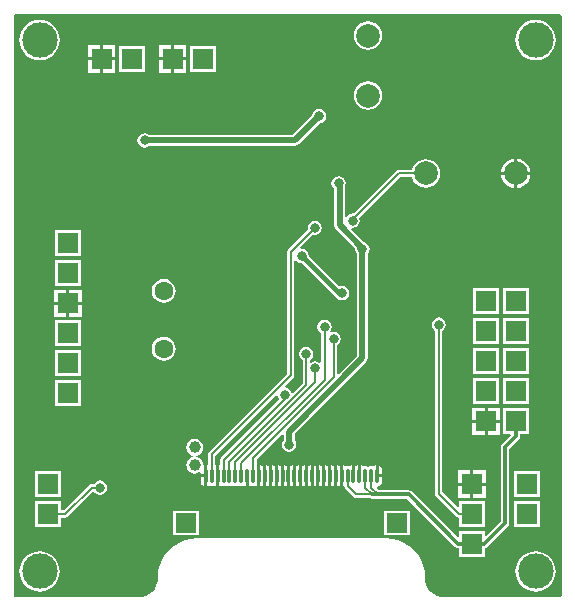
<source format=gbl>
G04 Layer_Physical_Order=2*
G04 Layer_Color=16711680*
%FSLAX44Y44*%
%MOMM*%
G71*
G01*
G75*
%ADD17C,0.2000*%
%ADD18C,0.5000*%
%ADD19C,0.4000*%
%ADD21C,3.0000*%
%ADD22C,2.0000*%
%ADD23R,1.8000X1.8000*%
%ADD24C,1.6000*%
%ADD25C,1.0000*%
%ADD26R,1.8000X1.8000*%
%ADD27C,0.8000*%
%ADD28O,0.3000X1.3000*%
%ADD29R,1.8000X1.7000*%
%ADD30C,0.3000*%
G36*
X470000Y501910D02*
X470731Y501764D01*
X471350Y501350D01*
X471764Y500731D01*
X471910Y500000D01*
X471931D01*
Y10000D01*
X471910D01*
X471764Y9269D01*
X471350Y8650D01*
X470731Y8236D01*
X470000Y8090D01*
Y8069D01*
X373200D01*
X373097Y8056D01*
X369892Y8371D01*
X366712Y9336D01*
X363781Y10903D01*
X361211Y13011D01*
X359103Y15581D01*
X357536Y18512D01*
X356571Y21692D01*
X356368Y23757D01*
X356302Y25000D01*
X356302D01*
X355895Y30178D01*
X354682Y35229D01*
X352694Y40028D01*
X349980Y44457D01*
X346607Y48407D01*
X342657Y51780D01*
X338228Y54494D01*
X333429Y56482D01*
X328378Y57694D01*
X323200Y58102D01*
Y58069D01*
X163200D01*
Y58102D01*
X158022Y57694D01*
X152971Y56482D01*
X148172Y54494D01*
X143743Y51780D01*
X139793Y48407D01*
X136420Y44457D01*
X133706Y40028D01*
X131718Y35229D01*
X130506Y30178D01*
X130098Y25000D01*
X130098D01*
X130032Y23757D01*
X129829Y21692D01*
X128864Y18512D01*
X127297Y15581D01*
X125189Y13011D01*
X122619Y10903D01*
X119688Y9336D01*
X116508Y8371D01*
X113303Y8056D01*
X113200Y8069D01*
X10000D01*
Y8090D01*
X9269Y8236D01*
X8650Y8650D01*
X8236Y9269D01*
X8090Y10000D01*
X8069D01*
Y500000D01*
X8090D01*
X8236Y500731D01*
X8650Y501350D01*
X9269Y501764D01*
X10000Y501910D01*
Y501931D01*
X470000D01*
Y501910D01*
D02*
G37*
%LPC*%
G36*
X308000Y495904D02*
X304867Y495491D01*
X301948Y494282D01*
X299442Y492359D01*
X297518Y489852D01*
X296309Y486933D01*
X295897Y483800D01*
X296309Y480667D01*
X297518Y477748D01*
X299442Y475242D01*
X301948Y473318D01*
X304867Y472109D01*
X308000Y471697D01*
X311133Y472109D01*
X314052Y473318D01*
X316559Y475242D01*
X318482Y477748D01*
X319691Y480667D01*
X320104Y483800D01*
X319691Y486933D01*
X318482Y489852D01*
X316559Y492359D01*
X314052Y494282D01*
X311133Y495491D01*
X308000Y495904D01*
D02*
G37*
G36*
X154140Y475540D02*
X143870D01*
Y465270D01*
X154140D01*
Y475540D01*
D02*
G37*
G36*
X141330D02*
X131060D01*
Y465270D01*
X141330D01*
Y475540D01*
D02*
G37*
G36*
X94140Y475540D02*
X83870D01*
Y465270D01*
X94140D01*
Y475540D01*
D02*
G37*
G36*
X81330D02*
X71060D01*
Y465270D01*
X81330D01*
Y475540D01*
D02*
G37*
G36*
X450000Y497082D02*
X446667Y496754D01*
X443463Y495782D01*
X440509Y494203D01*
X437921Y492079D01*
X435797Y489491D01*
X434218Y486537D01*
X433246Y483333D01*
X432918Y480000D01*
X433246Y476668D01*
X434218Y473463D01*
X435797Y470510D01*
X437921Y467921D01*
X440509Y465797D01*
X443463Y464218D01*
X446667Y463246D01*
X450000Y462918D01*
X453332Y463246D01*
X456537Y464218D01*
X459490Y465797D01*
X462079Y467921D01*
X464203Y470510D01*
X465782Y473463D01*
X466754Y476668D01*
X467082Y480000D01*
X466754Y483333D01*
X465782Y486537D01*
X464203Y489491D01*
X462079Y492079D01*
X459490Y494203D01*
X456537Y495782D01*
X453332Y496754D01*
X450000Y497082D01*
D02*
G37*
G36*
X30000D02*
X26668Y496754D01*
X23463Y495782D01*
X20510Y494203D01*
X17921Y492079D01*
X15797Y489491D01*
X14218Y486537D01*
X13246Y483333D01*
X12918Y480000D01*
X13246Y476668D01*
X14218Y473463D01*
X15797Y470510D01*
X17921Y467921D01*
X20510Y465797D01*
X23463Y464218D01*
X26668Y463246D01*
X30000Y462918D01*
X33333Y463246D01*
X36537Y464218D01*
X39491Y465797D01*
X42079Y467921D01*
X44204Y470510D01*
X45782Y473463D01*
X46754Y476668D01*
X47083Y480000D01*
X46754Y483333D01*
X45782Y486537D01*
X44204Y489491D01*
X42079Y492079D01*
X39491Y494203D01*
X36537Y495782D01*
X33333Y496754D01*
X30000Y497082D01*
D02*
G37*
G36*
X179000Y475000D02*
X157000D01*
Y453000D01*
X179000D01*
Y475000D01*
D02*
G37*
G36*
X119000Y475000D02*
X97000D01*
Y453000D01*
X119000D01*
Y475000D01*
D02*
G37*
G36*
X154140Y462730D02*
X143870D01*
Y452460D01*
X154140D01*
Y462730D01*
D02*
G37*
G36*
X141330D02*
X131060D01*
Y452460D01*
X141330D01*
Y462730D01*
D02*
G37*
G36*
X94140Y462730D02*
X83870D01*
Y452460D01*
X94140D01*
Y462730D01*
D02*
G37*
G36*
X81330D02*
X71060D01*
Y452460D01*
X81330D01*
Y462730D01*
D02*
G37*
G36*
X308000Y445104D02*
X304867Y444691D01*
X301948Y443482D01*
X299442Y441559D01*
X297518Y439052D01*
X296309Y436133D01*
X295897Y433000D01*
X296309Y429868D01*
X297518Y426948D01*
X299442Y424442D01*
X301948Y422518D01*
X304867Y421309D01*
X308000Y420897D01*
X311133Y421309D01*
X314052Y422518D01*
X316559Y424442D01*
X318482Y426948D01*
X319691Y429868D01*
X320104Y433000D01*
X319691Y436133D01*
X318482Y439052D01*
X316559Y441559D01*
X314052Y443482D01*
X311133Y444691D01*
X308000Y445104D01*
D02*
G37*
G36*
X266750Y421868D02*
X264409Y421402D01*
X262424Y420076D01*
X261098Y418091D01*
X260725Y416213D01*
X244100Y399588D01*
X122933D01*
X121341Y400652D01*
X119000Y401118D01*
X116659Y400652D01*
X114674Y399326D01*
X113348Y397341D01*
X112882Y395000D01*
X113348Y392659D01*
X114674Y390674D01*
X116659Y389348D01*
X119000Y388882D01*
X121341Y389348D01*
X122933Y390412D01*
X246000D01*
X247756Y390761D01*
X249244Y391756D01*
X267213Y409725D01*
X269091Y410098D01*
X271076Y411424D01*
X272402Y413409D01*
X272868Y415750D01*
X272402Y418091D01*
X271076Y420076D01*
X269091Y421402D01*
X266750Y421868D01*
D02*
G37*
G36*
X434370Y379481D02*
Y368270D01*
X445581D01*
X445317Y370274D01*
X444054Y373324D01*
X442044Y375944D01*
X439424Y377954D01*
X436374Y379217D01*
X434370Y379481D01*
D02*
G37*
G36*
X431830D02*
X429827Y379217D01*
X426776Y377954D01*
X424156Y375944D01*
X422146Y373324D01*
X420883Y370274D01*
X420619Y368270D01*
X431830D01*
Y379481D01*
D02*
G37*
G36*
X445581Y365730D02*
X434370D01*
Y354519D01*
X436374Y354783D01*
X439424Y356046D01*
X442044Y358056D01*
X444054Y360676D01*
X445317Y363727D01*
X445581Y365730D01*
D02*
G37*
G36*
X431830D02*
X420619D01*
X420883Y363727D01*
X422146Y360676D01*
X424156Y358056D01*
X426776Y356046D01*
X429827Y354783D01*
X431830Y354519D01*
Y365730D01*
D02*
G37*
G36*
X356900Y379104D02*
X353768Y378691D01*
X350848Y377482D01*
X348342Y375559D01*
X346418Y373052D01*
X345209Y370133D01*
X345199Y370059D01*
X334000D01*
X332830Y369826D01*
X331837Y369163D01*
X331837Y369163D01*
X295660Y332986D01*
X295000Y333117D01*
X292659Y332652D01*
X290674Y331326D01*
X289858Y330104D01*
X288588Y330490D01*
Y355689D01*
X288902Y356159D01*
X289368Y358500D01*
X288902Y360841D01*
X287576Y362826D01*
X285591Y364152D01*
X283250Y364618D01*
X280909Y364152D01*
X278924Y362826D01*
X277598Y360841D01*
X277132Y358500D01*
X277598Y356159D01*
X278924Y354174D01*
X279412Y353848D01*
Y323000D01*
X279761Y321244D01*
X280756Y319756D01*
X297154Y303358D01*
X297132Y303250D01*
X297598Y300909D01*
X298662Y299317D01*
Y212400D01*
X283232Y196971D01*
X282059Y197457D01*
Y221578D01*
X283326Y222424D01*
X284652Y224409D01*
X285117Y226750D01*
X284652Y229091D01*
X283326Y231076D01*
X281341Y232402D01*
X279000Y232868D01*
X276961Y232462D01*
X276245Y233241D01*
X276122Y233491D01*
X276902Y234659D01*
X277367Y237000D01*
X276902Y239341D01*
X275576Y241326D01*
X273591Y242652D01*
X271250Y243118D01*
X268909Y242652D01*
X266924Y241326D01*
X265598Y239341D01*
X265133Y237000D01*
X265598Y234659D01*
X266924Y232674D01*
X268191Y231828D01*
Y207609D01*
X266921Y206930D01*
X265841Y207652D01*
X263500Y208118D01*
X261159Y207652D01*
X260079Y206930D01*
X258809Y207609D01*
Y209078D01*
X260076Y209924D01*
X261402Y211909D01*
X261868Y214250D01*
X261402Y216591D01*
X260076Y218576D01*
X258091Y219902D01*
X255750Y220368D01*
X253409Y219902D01*
X251424Y218576D01*
X250098Y216591D01*
X249632Y214250D01*
X250098Y211909D01*
X251424Y209924D01*
X252691Y209078D01*
Y189331D01*
X244497Y181136D01*
X243282Y181505D01*
X243164Y182100D01*
X241837Y184084D01*
X239853Y185411D01*
X238335Y185713D01*
X237916Y187091D01*
X244913Y194087D01*
X244913Y194087D01*
X245310Y194682D01*
X245576Y195079D01*
X245809Y196250D01*
Y293056D01*
X247079Y293441D01*
X247424Y292924D01*
X249409Y291598D01*
X251750Y291133D01*
X252042Y291190D01*
X280366Y262866D01*
X280366Y262866D01*
X280989Y262450D01*
X281674Y261424D01*
X283659Y260098D01*
X286000Y259632D01*
X288341Y260098D01*
X290326Y261424D01*
X291652Y263409D01*
X292118Y265750D01*
X291652Y268091D01*
X290326Y270076D01*
X288341Y271402D01*
X286000Y271868D01*
X283659Y271402D01*
X283483Y271284D01*
X257810Y296958D01*
X257868Y297250D01*
X257402Y299591D01*
X256076Y301576D01*
X254091Y302902D01*
X251750Y303368D01*
X251425Y303303D01*
X250799Y304473D01*
X261506Y315180D01*
X263000Y314883D01*
X265341Y315348D01*
X267326Y316674D01*
X268652Y318659D01*
X269118Y321000D01*
X268652Y323341D01*
X267326Y325326D01*
X265341Y326652D01*
X263000Y327118D01*
X260659Y326652D01*
X258674Y325326D01*
X257348Y323341D01*
X256882Y321000D01*
X257180Y319506D01*
X240587Y302913D01*
X239924Y301921D01*
X239691Y300750D01*
X239691Y300750D01*
Y197517D01*
X173537Y131363D01*
X172874Y130371D01*
X172641Y129200D01*
X172641Y129200D01*
Y120973D01*
X171970Y120451D01*
Y111000D01*
Y102134D01*
X172276Y102194D01*
X173613Y103087D01*
X173658Y103155D01*
X174334Y102703D01*
X175700Y102431D01*
X177066Y102703D01*
X177742Y103155D01*
X177787Y103087D01*
X179124Y102194D01*
X179430Y102134D01*
Y111000D01*
Y120451D01*
X178759Y120973D01*
Y127933D01*
X230180Y179354D01*
X231558Y178936D01*
X231860Y177418D01*
X232917Y175836D01*
X183537Y126456D01*
X182874Y125464D01*
X182641Y124293D01*
X182641Y124293D01*
Y120973D01*
X181970Y120451D01*
Y111000D01*
Y102134D01*
X182276Y102194D01*
X183613Y103087D01*
X183658Y103155D01*
X184334Y102703D01*
X185700Y102431D01*
X187066Y102703D01*
X188200Y103461D01*
X189334Y102703D01*
X190700Y102431D01*
X192066Y102703D01*
X193200Y103461D01*
X194334Y102703D01*
X195700Y102431D01*
X197066Y102703D01*
X198200Y103461D01*
X199334Y102703D01*
X200700Y102431D01*
X202066Y102703D01*
X202742Y103155D01*
X202787Y103087D01*
X204124Y102194D01*
X204430Y102134D01*
Y111000D01*
X206970D01*
Y102134D01*
X207276Y102194D01*
X208613Y103087D01*
X208658Y103155D01*
X209334Y102703D01*
X210700Y102431D01*
X212066Y102703D01*
X212742Y103155D01*
X212787Y103087D01*
X214124Y102194D01*
X214430Y102134D01*
Y111000D01*
Y120451D01*
X213759Y120973D01*
Y124683D01*
X235488Y146413D01*
X236662Y145927D01*
Y141433D01*
X235598Y139841D01*
X235132Y137500D01*
X235598Y135159D01*
X236924Y133174D01*
X238909Y131848D01*
X241250Y131383D01*
X243591Y131848D01*
X245576Y133174D01*
X246902Y135159D01*
X247367Y137500D01*
X246902Y139841D01*
X245838Y141433D01*
Y146600D01*
X306494Y207256D01*
X307489Y208744D01*
X307838Y210500D01*
Y299317D01*
X308902Y300909D01*
X309368Y303250D01*
X308902Y305591D01*
X307576Y307576D01*
X305591Y308902D01*
X304337Y309151D01*
X293628Y319860D01*
X294254Y321031D01*
X295000Y320882D01*
X297341Y321348D01*
X299326Y322674D01*
X300652Y324659D01*
X301117Y327000D01*
X300654Y329329D01*
X335267Y363941D01*
X345199D01*
X345209Y363867D01*
X346418Y360948D01*
X348342Y358442D01*
X350848Y356518D01*
X353768Y355309D01*
X356900Y354897D01*
X360033Y355309D01*
X362952Y356518D01*
X365459Y358442D01*
X367382Y360948D01*
X368591Y363867D01*
X369004Y367000D01*
X368591Y370133D01*
X367382Y373052D01*
X365459Y375559D01*
X362952Y377482D01*
X360033Y378691D01*
X356900Y379104D01*
D02*
G37*
G36*
X65000Y319000D02*
X43000D01*
Y297000D01*
X65000D01*
Y319000D01*
D02*
G37*
G36*
Y293600D02*
X43000D01*
Y271600D01*
X65000D01*
Y293600D01*
D02*
G37*
G36*
X65540Y268740D02*
X55270D01*
Y258470D01*
X65540D01*
Y268740D01*
D02*
G37*
G36*
X52730D02*
X42460D01*
Y258470D01*
X52730D01*
Y268740D01*
D02*
G37*
G36*
X135000Y277586D02*
X132389Y277243D01*
X129957Y276235D01*
X127868Y274632D01*
X126265Y272543D01*
X125257Y270110D01*
X124914Y267500D01*
X125257Y264890D01*
X126265Y262457D01*
X127868Y260368D01*
X129957Y258765D01*
X132389Y257757D01*
X135000Y257414D01*
X137611Y257757D01*
X140043Y258765D01*
X142132Y260368D01*
X143735Y262457D01*
X144743Y264890D01*
X145086Y267500D01*
X144743Y270110D01*
X143735Y272543D01*
X142132Y274632D01*
X140043Y276235D01*
X137611Y277243D01*
X135000Y277586D01*
D02*
G37*
G36*
X444400Y269800D02*
X422400D01*
Y247800D01*
X444400D01*
Y269800D01*
D02*
G37*
G36*
X419000D02*
X397000D01*
Y247800D01*
X419000D01*
Y269800D01*
D02*
G37*
G36*
X65540Y255930D02*
X55270D01*
Y245660D01*
X65540D01*
Y255930D01*
D02*
G37*
G36*
X52730D02*
X42460D01*
Y245660D01*
X52730D01*
Y255930D01*
D02*
G37*
G36*
X444400Y244400D02*
X422400D01*
Y222400D01*
X444400D01*
Y244400D01*
D02*
G37*
G36*
X419000D02*
X397000D01*
Y222400D01*
X419000D01*
Y244400D01*
D02*
G37*
G36*
X65000Y242800D02*
X43000D01*
Y220800D01*
X65000D01*
Y242800D01*
D02*
G37*
G36*
X135000Y228786D02*
X132389Y228443D01*
X129957Y227435D01*
X127868Y225832D01*
X126265Y223743D01*
X125257Y221311D01*
X124914Y218700D01*
X125257Y216089D01*
X126265Y213657D01*
X127868Y211568D01*
X129957Y209965D01*
X132389Y208957D01*
X135000Y208614D01*
X137611Y208957D01*
X140043Y209965D01*
X142132Y211568D01*
X143735Y213657D01*
X144743Y216089D01*
X145086Y218700D01*
X144743Y221311D01*
X143735Y223743D01*
X142132Y225832D01*
X140043Y227435D01*
X137611Y228443D01*
X135000Y228786D01*
D02*
G37*
G36*
X444400Y219000D02*
X422400D01*
Y197000D01*
X444400D01*
Y219000D01*
D02*
G37*
G36*
X419000D02*
X397000D01*
Y197000D01*
X419000D01*
Y219000D01*
D02*
G37*
G36*
X65000Y217400D02*
X43000D01*
Y195400D01*
X65000D01*
Y217400D01*
D02*
G37*
G36*
X444400Y193600D02*
X422400D01*
Y171600D01*
X444400D01*
Y193600D01*
D02*
G37*
G36*
X419000D02*
X397000D01*
Y171600D01*
X419000D01*
Y193600D01*
D02*
G37*
G36*
X65000Y192000D02*
X43000D01*
Y170000D01*
X65000D01*
Y192000D01*
D02*
G37*
G36*
X419540Y168740D02*
X409270D01*
Y158470D01*
X419540D01*
Y168740D01*
D02*
G37*
G36*
X406730D02*
X396460D01*
Y158470D01*
X406730D01*
Y168740D01*
D02*
G37*
G36*
X419540Y155930D02*
X409270D01*
Y145660D01*
X419540D01*
Y155930D01*
D02*
G37*
G36*
X406730D02*
X396460D01*
Y145660D01*
X406730D01*
Y155930D01*
D02*
G37*
G36*
X279430Y119867D02*
X279124Y119806D01*
X278200Y119188D01*
X277276Y119806D01*
X276970Y119867D01*
Y111000D01*
Y102134D01*
X277276Y102194D01*
X278200Y102812D01*
X279124Y102194D01*
X279430Y102134D01*
Y111000D01*
Y119867D01*
D02*
G37*
G36*
X269430D02*
X269124Y119806D01*
X268200Y119188D01*
X267276Y119806D01*
X266970Y119867D01*
Y111000D01*
Y102134D01*
X267276Y102194D01*
X268200Y102812D01*
X269124Y102194D01*
X269430Y102134D01*
Y111000D01*
Y119867D01*
D02*
G37*
G36*
X259430D02*
X259124Y119806D01*
X258200Y119188D01*
X257276Y119806D01*
X256970Y119867D01*
Y111000D01*
Y102134D01*
X257276Y102194D01*
X258200Y102812D01*
X259124Y102194D01*
X259430Y102134D01*
Y111000D01*
Y119867D01*
D02*
G37*
G36*
X249430D02*
X249124Y119806D01*
X248200Y119188D01*
X247276Y119806D01*
X246970Y119867D01*
Y111000D01*
Y102134D01*
X247276Y102194D01*
X248200Y102812D01*
X249124Y102194D01*
X249430Y102134D01*
Y111000D01*
Y119867D01*
D02*
G37*
G36*
X239430D02*
X239124Y119806D01*
X238200Y119188D01*
X237276Y119806D01*
X236970Y119867D01*
Y111000D01*
Y102134D01*
X237276Y102194D01*
X238200Y102812D01*
X239124Y102194D01*
X239430Y102134D01*
Y111000D01*
Y119867D01*
D02*
G37*
G36*
X229430D02*
X229124Y119806D01*
X228200Y119188D01*
X227276Y119806D01*
X226970Y119867D01*
Y111000D01*
Y102134D01*
X227276Y102194D01*
X228200Y102812D01*
X229124Y102194D01*
X229430Y102134D01*
Y111000D01*
Y119867D01*
D02*
G37*
G36*
X219430D02*
X219124Y119806D01*
X218200Y119188D01*
X217276Y119806D01*
X216970Y119867D01*
Y111000D01*
Y102134D01*
X217276Y102194D01*
X218200Y102812D01*
X219124Y102194D01*
X219430Y102134D01*
Y111000D01*
Y119867D01*
D02*
G37*
G36*
X224430D02*
X224124Y119806D01*
X223200Y119188D01*
X222276Y119806D01*
X221970Y119867D01*
Y111000D01*
Y102134D01*
X222276Y102194D01*
X223200Y102812D01*
X224124Y102194D01*
X224430Y102134D01*
Y111000D01*
Y119867D01*
D02*
G37*
G36*
X264430D02*
X264124Y119806D01*
X263200Y119188D01*
X262276Y119806D01*
X261970Y119867D01*
Y111000D01*
Y102134D01*
X262276Y102194D01*
X263200Y102812D01*
X264124Y102194D01*
X264430Y102134D01*
Y111000D01*
Y119867D01*
D02*
G37*
G36*
X254430D02*
X254124Y119806D01*
X253200Y119188D01*
X252276Y119806D01*
X251970Y119867D01*
Y111000D01*
Y102134D01*
X252276Y102194D01*
X253200Y102812D01*
X254124Y102194D01*
X254430Y102134D01*
Y111000D01*
Y119867D01*
D02*
G37*
G36*
X244430D02*
X244124Y119806D01*
X243200Y119188D01*
X242276Y119806D01*
X241970Y119867D01*
Y111000D01*
Y102134D01*
X242276Y102194D01*
X243200Y102812D01*
X244124Y102194D01*
X244430Y102134D01*
Y111000D01*
Y119867D01*
D02*
G37*
G36*
X234430D02*
X234124Y119806D01*
X233200Y119188D01*
X232276Y119806D01*
X231970Y119867D01*
Y111000D01*
Y102134D01*
X232276Y102194D01*
X233200Y102812D01*
X234124Y102194D01*
X234430Y102134D01*
Y111000D01*
Y119867D01*
D02*
G37*
G36*
X284430D02*
X284124Y119806D01*
X283200Y119188D01*
X282276Y119806D01*
X281970Y119867D01*
Y111000D01*
Y102134D01*
X282276Y102194D01*
X283200Y102812D01*
X284124Y102194D01*
X284430Y102134D01*
Y111000D01*
Y119867D01*
D02*
G37*
G36*
X274430D02*
X274124Y119806D01*
X273200Y119188D01*
X272276Y119806D01*
X271970Y119867D01*
Y111000D01*
Y102134D01*
X272276Y102194D01*
X273200Y102812D01*
X274124Y102194D01*
X274430Y102134D01*
Y111000D01*
Y119867D01*
D02*
G37*
G36*
X316970D02*
Y112270D01*
X319819D01*
Y116000D01*
X319506Y117576D01*
X318613Y118913D01*
X317276Y119806D01*
X316970Y119867D01*
D02*
G37*
G36*
X161250Y142060D02*
X159423Y141820D01*
X157720Y141115D01*
X156257Y139993D01*
X155135Y138530D01*
X154430Y136827D01*
X154190Y135000D01*
X154430Y133173D01*
X155135Y131470D01*
X156257Y130008D01*
X157720Y128885D01*
X159423Y128180D01*
X159724Y128140D01*
Y126860D01*
X159423Y126820D01*
X157720Y126115D01*
X156257Y124993D01*
X155135Y123530D01*
X154430Y121827D01*
X154190Y120000D01*
X154430Y118173D01*
X155135Y116470D01*
X156257Y115008D01*
X157720Y113885D01*
X159423Y113180D01*
X161250Y112940D01*
X163077Y113180D01*
X164780Y113885D01*
X165311Y114293D01*
X166581Y113666D01*
Y112270D01*
X169430D01*
Y119916D01*
X168446Y120492D01*
X168215Y120726D01*
X168070Y121827D01*
X167365Y123530D01*
X166242Y124993D01*
X164780Y126115D01*
X163077Y126820D01*
X162776Y126860D01*
Y128140D01*
X163077Y128180D01*
X164780Y128885D01*
X166242Y130008D01*
X167365Y131470D01*
X168070Y133173D01*
X168310Y135000D01*
X168070Y136827D01*
X167365Y138530D01*
X166242Y139993D01*
X164780Y141115D01*
X163077Y141820D01*
X161250Y142060D01*
D02*
G37*
G36*
X407540Y115540D02*
X397270D01*
Y105270D01*
X407540D01*
Y115540D01*
D02*
G37*
G36*
X394730D02*
X384460D01*
Y105270D01*
X394730D01*
Y115540D01*
D02*
G37*
G36*
X81000Y107118D02*
X78659Y106652D01*
X76674Y105326D01*
X75828Y104059D01*
X74000D01*
X74000Y104059D01*
X72829Y103826D01*
X71837Y103163D01*
X71837Y103163D01*
X50333Y81659D01*
X48000D01*
Y89600D01*
X26000D01*
Y67600D01*
X48000D01*
Y75541D01*
X51600D01*
X51600Y75541D01*
X52771Y75774D01*
X53763Y76437D01*
X74737Y97411D01*
X76266Y97286D01*
X76674Y96674D01*
X78659Y95348D01*
X81000Y94882D01*
X83341Y95348D01*
X85326Y96674D01*
X86652Y98659D01*
X87118Y101000D01*
X86652Y103341D01*
X85326Y105326D01*
X83341Y106652D01*
X81000Y107118D01*
D02*
G37*
G36*
X169430Y109730D02*
X166581D01*
Y106000D01*
X166894Y104424D01*
X167787Y103087D01*
X169124Y102194D01*
X169430Y102134D01*
Y109730D01*
D02*
G37*
G36*
X454000Y115400D02*
X432000D01*
Y93400D01*
X454000D01*
Y115400D01*
D02*
G37*
G36*
X48000Y115000D02*
X26000D01*
Y93000D01*
X48000D01*
Y115000D01*
D02*
G37*
G36*
X407540Y102730D02*
X397270D01*
Y92460D01*
X407540D01*
Y102730D01*
D02*
G37*
G36*
X394730D02*
X384460D01*
Y92460D01*
X394730D01*
Y102730D01*
D02*
G37*
G36*
X454000Y90000D02*
X432000D01*
Y68000D01*
X454000D01*
Y90000D01*
D02*
G37*
G36*
X368000Y245117D02*
X365659Y244652D01*
X363674Y243326D01*
X362348Y241341D01*
X361883Y239000D01*
X362348Y236659D01*
X363674Y234674D01*
X364941Y233828D01*
Y96000D01*
X364941Y96000D01*
X365174Y94830D01*
X365837Y93837D01*
X383237Y76437D01*
X383237Y76437D01*
X383832Y76040D01*
X384229Y75774D01*
X385000Y75621D01*
Y67600D01*
X407000D01*
Y89600D01*
X385000D01*
Y84985D01*
X383827Y84499D01*
X371059Y97267D01*
Y233828D01*
X372326Y234674D01*
X373652Y236659D01*
X374118Y239000D01*
X373652Y241341D01*
X372326Y243326D01*
X370341Y244652D01*
X368000Y245117D01*
D02*
G37*
G36*
X343700Y81500D02*
X321700D01*
Y60500D01*
X343700D01*
Y81500D01*
D02*
G37*
G36*
X164950D02*
X142950D01*
Y60500D01*
X164950D01*
Y81500D01*
D02*
G37*
G36*
X444400Y168200D02*
X422400D01*
Y146200D01*
X428357D01*
X428883Y144930D01*
X421477Y137523D01*
X420703Y136366D01*
X420431Y135000D01*
Y72478D01*
X408173Y60220D01*
X407000Y60706D01*
Y64200D01*
X385000D01*
Y59456D01*
X383827Y58970D01*
X345023Y97773D01*
X343866Y98547D01*
X342500Y98819D01*
X317007D01*
X315126Y100700D01*
X315629Y101734D01*
X315734Y101888D01*
X317276Y102194D01*
X318613Y103087D01*
X319506Y104424D01*
X319819Y106000D01*
Y109730D01*
X315700D01*
Y111000D01*
X314430D01*
Y119867D01*
X314124Y119806D01*
X312787Y118913D01*
X312742Y118845D01*
X312066Y119297D01*
X310700Y119569D01*
X309334Y119297D01*
X308200Y118539D01*
X307066Y119297D01*
X305700Y119569D01*
X304334Y119297D01*
X303658Y118845D01*
X303613Y118913D01*
X302276Y119806D01*
X301970Y119867D01*
Y111000D01*
X299430D01*
Y119867D01*
X299124Y119806D01*
X298200Y119188D01*
X297276Y119806D01*
X296970Y119867D01*
Y111000D01*
X294430D01*
Y119867D01*
X294124Y119806D01*
X292787Y118913D01*
X292742Y118845D01*
X292066Y119297D01*
X290700Y119569D01*
X289334Y119297D01*
X288658Y118845D01*
X288613Y118913D01*
X287276Y119806D01*
X286970Y119867D01*
Y111000D01*
Y102102D01*
X287446Y102046D01*
X288268Y101329D01*
X288374Y100794D01*
X289037Y99802D01*
X295752Y93087D01*
X295752Y93087D01*
X296744Y92424D01*
X297915Y92191D01*
X297915Y92191D01*
X309528D01*
X309884Y91953D01*
X311250Y91681D01*
X341022D01*
X382027Y50677D01*
X383184Y49903D01*
X384550Y49631D01*
X385000D01*
Y42200D01*
X407000D01*
Y49791D01*
X407566Y49903D01*
X408723Y50677D01*
X426523Y68477D01*
X427297Y69634D01*
X427569Y71000D01*
Y133522D01*
X435924Y141877D01*
X436697Y143034D01*
X436969Y144400D01*
Y146200D01*
X444400D01*
Y168200D01*
D02*
G37*
G36*
X450000Y47082D02*
X446667Y46754D01*
X443463Y45782D01*
X440510Y44203D01*
X437921Y42079D01*
X435797Y39490D01*
X434218Y36537D01*
X433246Y33333D01*
X432918Y30000D01*
X433246Y26667D01*
X434218Y23463D01*
X435797Y20510D01*
X437921Y17921D01*
X440510Y15797D01*
X443463Y14218D01*
X446667Y13246D01*
X450000Y12918D01*
X453333Y13246D01*
X456537Y14218D01*
X459490Y15797D01*
X462079Y17921D01*
X464203Y20510D01*
X465782Y23463D01*
X466754Y26667D01*
X467082Y30000D01*
X466754Y33333D01*
X465782Y36537D01*
X464203Y39490D01*
X462079Y42079D01*
X459490Y44203D01*
X456537Y45782D01*
X453333Y46754D01*
X450000Y47082D01*
D02*
G37*
G36*
X30000D02*
X26667Y46754D01*
X23463Y45782D01*
X20510Y44203D01*
X17921Y42079D01*
X15797Y39490D01*
X14218Y36537D01*
X13246Y33333D01*
X12918Y30000D01*
X13246Y26667D01*
X14218Y23463D01*
X15797Y20510D01*
X17921Y17921D01*
X20510Y15797D01*
X23463Y14218D01*
X26667Y13246D01*
X30000Y12918D01*
X33333Y13246D01*
X36537Y14218D01*
X39490Y15797D01*
X42079Y17921D01*
X44203Y20510D01*
X45782Y23463D01*
X46754Y26667D01*
X47082Y30000D01*
X46754Y33333D01*
X45782Y36537D01*
X44203Y39490D01*
X42079Y42079D01*
X39490Y44203D01*
X36537Y45782D01*
X33333Y46754D01*
X30000Y47082D01*
D02*
G37*
%LPD*%
D17*
X334000Y367000D02*
X356900D01*
X296500Y329500D02*
X334000Y367000D01*
X296500Y327000D02*
Y329500D01*
X310700Y100800D02*
X316250Y95250D01*
X310700Y100800D02*
Y110000D01*
X297915Y95250D02*
X311250D01*
X291200Y101964D02*
X297915Y95250D01*
X291200Y101964D02*
Y109500D01*
X290700Y110000D02*
X291200Y109500D01*
X305700Y100800D02*
X311250Y95250D01*
X305700Y100800D02*
Y110000D01*
X210700D02*
Y125950D01*
X200700Y110000D02*
Y121700D01*
X279000Y194250D02*
Y226750D01*
X210700Y125950D02*
X279000Y194250D01*
X263500Y190157D02*
Y202000D01*
X271250Y192250D02*
Y237000D01*
X264500Y185500D02*
X271250Y192250D01*
X200700Y121700D02*
X264500Y185500D01*
X368000Y96000D02*
Y239000D01*
Y96000D02*
X385400Y78600D01*
X396000D01*
X74000Y101000D02*
X81000D01*
X51600Y78600D02*
X74000Y101000D01*
X32000Y78600D02*
X51600D01*
X175700Y110000D02*
Y129200D01*
X242750Y196250D01*
X255750Y188064D02*
Y214250D01*
X195700Y110000D02*
Y122357D01*
X263500Y190157D01*
X190700Y110000D02*
Y123014D01*
X255750Y188064D01*
X237512Y176105D02*
Y179759D01*
X185700Y110000D02*
Y124293D01*
X237512Y176105D01*
X242750Y196250D02*
Y300750D01*
X263000Y321000D01*
D18*
X284000Y323000D02*
Y357750D01*
X241250Y137500D02*
Y148500D01*
X119000Y395000D02*
X246000D01*
X266750Y415750D01*
X241250Y148500D02*
X303250Y210500D01*
Y303750D01*
X284000Y323000D02*
X303250Y303750D01*
D19*
X283250Y358500D02*
X284000Y357750D01*
X283250Y265750D02*
X286000D01*
X251750Y297250D02*
X283250Y265750D01*
D21*
X450000Y30000D02*
D03*
X30000D02*
D03*
X30000Y480000D02*
D03*
X450000D02*
D03*
D22*
X433100Y367000D02*
D03*
X356900D02*
D03*
X308000Y433000D02*
D03*
Y483800D02*
D03*
D23*
X433400Y258800D02*
D03*
Y233400D02*
D03*
Y208000D02*
D03*
Y182600D02*
D03*
Y157200D02*
D03*
X408000D02*
D03*
Y182600D02*
D03*
Y208000D02*
D03*
Y233400D02*
D03*
Y258800D02*
D03*
X396000Y53200D02*
D03*
Y78600D02*
D03*
Y104000D02*
D03*
X54000Y308000D02*
D03*
Y206400D02*
D03*
Y181000D02*
D03*
Y257200D02*
D03*
Y282600D02*
D03*
Y231800D02*
D03*
X37000Y78600D02*
D03*
Y104000D02*
D03*
X443000Y104400D02*
D03*
Y79000D02*
D03*
D24*
X135000Y267500D02*
D03*
Y218700D02*
D03*
D25*
X161250Y120000D02*
D03*
Y135000D02*
D03*
X148250Y241000D02*
D03*
X138000Y127250D02*
D03*
X135000Y191750D02*
D03*
Y294750D02*
D03*
D26*
X82600Y464000D02*
D03*
X108000D02*
D03*
X142600Y464000D02*
D03*
X168000D02*
D03*
D27*
X281000Y407000D02*
D03*
X303250Y303250D02*
D03*
X283250Y358500D02*
D03*
X285750Y176000D02*
D03*
X286000Y265750D02*
D03*
X251750Y297250D02*
D03*
X237512Y179759D02*
D03*
X263500Y202000D02*
D03*
X271250Y237000D02*
D03*
X279000Y226750D02*
D03*
X263000Y321000D02*
D03*
X286000Y277850D02*
D03*
X241250Y137500D02*
D03*
X368000Y239000D02*
D03*
X119000Y395000D02*
D03*
X81000Y101000D02*
D03*
X266750Y415750D02*
D03*
X236000Y470000D02*
D03*
X352000Y172000D02*
D03*
X250000Y332000D02*
D03*
X295000Y327000D02*
D03*
X255750Y214250D02*
D03*
X260000Y83000D02*
D03*
X231250Y201500D02*
D03*
D28*
X170700Y111000D02*
D03*
X175700D02*
D03*
X185700D02*
D03*
X195700D02*
D03*
X205700D02*
D03*
X215700D02*
D03*
X225700D02*
D03*
X235700D02*
D03*
X245700D02*
D03*
X255700D02*
D03*
X265700D02*
D03*
X275700D02*
D03*
X285700D02*
D03*
X295700D02*
D03*
X305700D02*
D03*
X315700D02*
D03*
X310700D02*
D03*
X300700D02*
D03*
X290700D02*
D03*
X280700D02*
D03*
X270700D02*
D03*
X260700D02*
D03*
X250700D02*
D03*
X240700D02*
D03*
X230700D02*
D03*
X220700D02*
D03*
X210700D02*
D03*
X200700D02*
D03*
X190700D02*
D03*
X180700D02*
D03*
D29*
X153950Y71000D02*
D03*
X332700D02*
D03*
D30*
X384550Y53200D02*
X396000D01*
X342500Y95250D02*
X384550Y53200D01*
X316250Y95250D02*
X342500D01*
X311250D02*
X316250D01*
X396000Y53200D02*
X406200D01*
X424000Y71000D01*
Y135000D01*
X433400Y144400D01*
Y157200D01*
M02*

</source>
